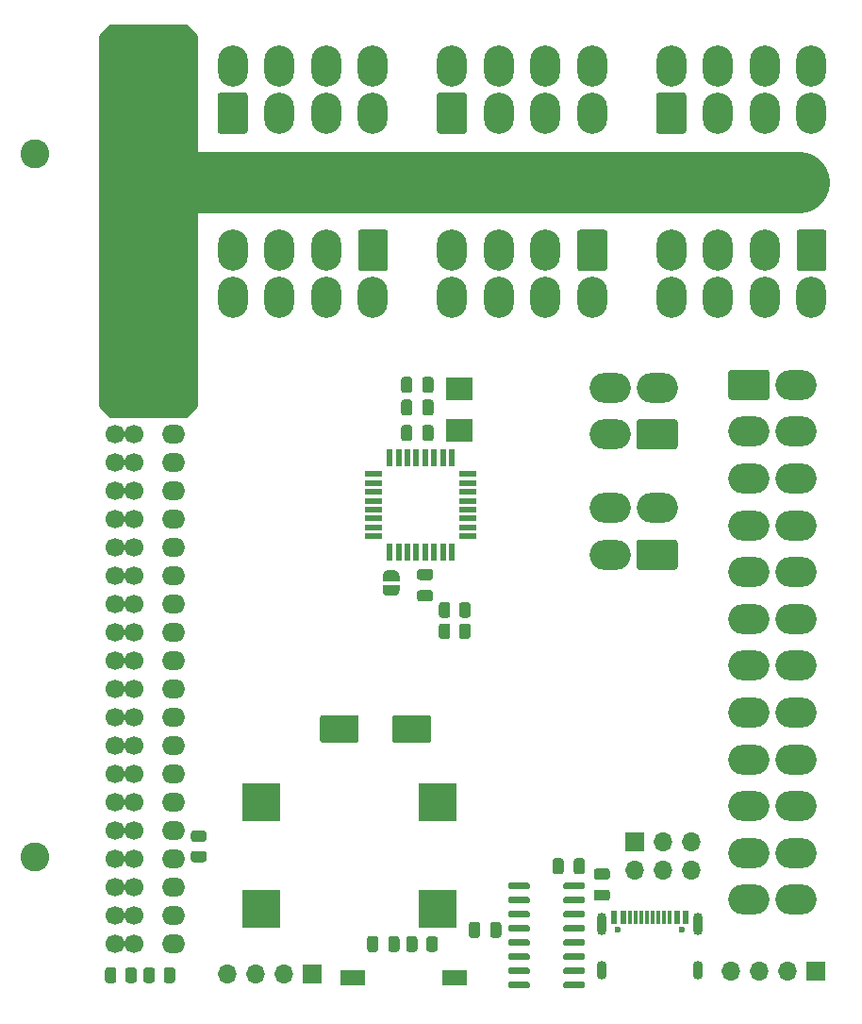
<source format=gbr>
%TF.GenerationSoftware,KiCad,Pcbnew,(5.1.9)-1*%
%TF.CreationDate,2021-04-20T21:45:39+08:00*%
%TF.ProjectId,CSPS2ATX2.0,43535053-3241-4545-9832-2e302e6b6963,V2.0*%
%TF.SameCoordinates,Original*%
%TF.FileFunction,Soldermask,Bot*%
%TF.FilePolarity,Negative*%
%FSLAX46Y46*%
G04 Gerber Fmt 4.6, Leading zero omitted, Abs format (unit mm)*
G04 Created by KiCad (PCBNEW (5.1.9)-1) date 2021-04-20 21:45:39*
%MOMM*%
%LPD*%
G01*
G04 APERTURE LIST*
%ADD10C,5.500000*%
%ADD11C,0.100000*%
%ADD12R,0.600000X1.160000*%
%ADD13C,0.600000*%
%ADD14R,0.300000X1.160000*%
%ADD15O,0.900000X1.700000*%
%ADD16O,0.900000X2.000000*%
%ADD17O,1.700000X1.700000*%
%ADD18R,1.700000X1.700000*%
%ADD19R,3.500000X3.500000*%
%ADD20R,2.400000X2.000000*%
%ADD21R,1.600000X0.550000*%
%ADD22R,0.550000X1.600000*%
%ADD23R,2.180000X1.400000*%
%ADD24O,3.700000X2.700000*%
%ADD25O,2.700000X3.700000*%
%ADD26O,2.080000X1.700000*%
%ADD27C,1.700000*%
%ADD28C,2.600000*%
%ADD29C,0.254000*%
G04 APERTURE END LIST*
D10*
X144145000Y-52273200D02*
X85915500Y-52273200D01*
D11*
%TO.C,JP102*%
G36*
X108319000Y-88415000D02*
G01*
X108319000Y-88915000D01*
X108318398Y-88915000D01*
X108318398Y-88939534D01*
X108313588Y-88988365D01*
X108304016Y-89036490D01*
X108289772Y-89083445D01*
X108270995Y-89128778D01*
X108247864Y-89172051D01*
X108220604Y-89212850D01*
X108189476Y-89250779D01*
X108154779Y-89285476D01*
X108116850Y-89316604D01*
X108076051Y-89343864D01*
X108032778Y-89366995D01*
X107987445Y-89385772D01*
X107940490Y-89400016D01*
X107892365Y-89409588D01*
X107843534Y-89414398D01*
X107819000Y-89414398D01*
X107819000Y-89415000D01*
X107319000Y-89415000D01*
X107319000Y-89414398D01*
X107294466Y-89414398D01*
X107245635Y-89409588D01*
X107197510Y-89400016D01*
X107150555Y-89385772D01*
X107105222Y-89366995D01*
X107061949Y-89343864D01*
X107021150Y-89316604D01*
X106983221Y-89285476D01*
X106948524Y-89250779D01*
X106917396Y-89212850D01*
X106890136Y-89172051D01*
X106867005Y-89128778D01*
X106848228Y-89083445D01*
X106833984Y-89036490D01*
X106824412Y-88988365D01*
X106819602Y-88939534D01*
X106819602Y-88915000D01*
X106819000Y-88915000D01*
X106819000Y-88415000D01*
X108319000Y-88415000D01*
G37*
G36*
X106819602Y-87615000D02*
G01*
X106819602Y-87590466D01*
X106824412Y-87541635D01*
X106833984Y-87493510D01*
X106848228Y-87446555D01*
X106867005Y-87401222D01*
X106890136Y-87357949D01*
X106917396Y-87317150D01*
X106948524Y-87279221D01*
X106983221Y-87244524D01*
X107021150Y-87213396D01*
X107061949Y-87186136D01*
X107105222Y-87163005D01*
X107150555Y-87144228D01*
X107197510Y-87129984D01*
X107245635Y-87120412D01*
X107294466Y-87115602D01*
X107319000Y-87115602D01*
X107319000Y-87115000D01*
X107819000Y-87115000D01*
X107819000Y-87115602D01*
X107843534Y-87115602D01*
X107892365Y-87120412D01*
X107940490Y-87129984D01*
X107987445Y-87144228D01*
X108032778Y-87163005D01*
X108076051Y-87186136D01*
X108116850Y-87213396D01*
X108154779Y-87244524D01*
X108189476Y-87279221D01*
X108220604Y-87317150D01*
X108247864Y-87357949D01*
X108270995Y-87401222D01*
X108289772Y-87446555D01*
X108304016Y-87493510D01*
X108313588Y-87541635D01*
X108318398Y-87590466D01*
X108318398Y-87615000D01*
X108319000Y-87615000D01*
X108319000Y-88115000D01*
X106819000Y-88115000D01*
X106819000Y-87615000D01*
X106819602Y-87615000D01*
G37*
%TD*%
D12*
%TO.C,J101*%
X127610000Y-118267000D03*
X128410000Y-118267000D03*
X127610000Y-118267000D03*
X128410000Y-118267000D03*
X134010000Y-118267000D03*
X134010000Y-118267000D03*
X133210000Y-118267000D03*
X133210000Y-118267000D03*
D13*
X133700000Y-119327000D03*
X127920000Y-119327000D03*
D14*
X129060000Y-118267000D03*
X130060000Y-118267000D03*
X129560000Y-118267000D03*
X132060000Y-118267000D03*
X132560000Y-118267000D03*
X130560000Y-118267000D03*
X131060000Y-118267000D03*
X131560000Y-118267000D03*
D15*
X126490000Y-123017000D03*
X135130000Y-123017000D03*
D16*
X126490000Y-118847000D03*
X135130000Y-118847000D03*
%TD*%
D17*
%TO.C,J104*%
X92837000Y-123317000D03*
X95377000Y-123317000D03*
X97917000Y-123317000D03*
D18*
X100457000Y-123317000D03*
%TD*%
D19*
%TO.C,U4*%
X111760000Y-117475000D03*
X111760000Y-107950000D03*
X95885000Y-117475000D03*
X95885000Y-107950000D03*
%TD*%
D20*
%TO.C,Y101*%
X113665000Y-70849000D03*
X113665000Y-74549000D03*
%TD*%
%TO.C,U102*%
G36*
G01*
X120039000Y-115293000D02*
X120039000Y-115593000D01*
G75*
G02*
X119889000Y-115743000I-150000J0D01*
G01*
X118239000Y-115743000D01*
G75*
G02*
X118089000Y-115593000I0J150000D01*
G01*
X118089000Y-115293000D01*
G75*
G02*
X118239000Y-115143000I150000J0D01*
G01*
X119889000Y-115143000D01*
G75*
G02*
X120039000Y-115293000I0J-150000D01*
G01*
G37*
G36*
G01*
X120039000Y-116563000D02*
X120039000Y-116863000D01*
G75*
G02*
X119889000Y-117013000I-150000J0D01*
G01*
X118239000Y-117013000D01*
G75*
G02*
X118089000Y-116863000I0J150000D01*
G01*
X118089000Y-116563000D01*
G75*
G02*
X118239000Y-116413000I150000J0D01*
G01*
X119889000Y-116413000D01*
G75*
G02*
X120039000Y-116563000I0J-150000D01*
G01*
G37*
G36*
G01*
X120039000Y-117833000D02*
X120039000Y-118133000D01*
G75*
G02*
X119889000Y-118283000I-150000J0D01*
G01*
X118239000Y-118283000D01*
G75*
G02*
X118089000Y-118133000I0J150000D01*
G01*
X118089000Y-117833000D01*
G75*
G02*
X118239000Y-117683000I150000J0D01*
G01*
X119889000Y-117683000D01*
G75*
G02*
X120039000Y-117833000I0J-150000D01*
G01*
G37*
G36*
G01*
X120039000Y-119103000D02*
X120039000Y-119403000D01*
G75*
G02*
X119889000Y-119553000I-150000J0D01*
G01*
X118239000Y-119553000D01*
G75*
G02*
X118089000Y-119403000I0J150000D01*
G01*
X118089000Y-119103000D01*
G75*
G02*
X118239000Y-118953000I150000J0D01*
G01*
X119889000Y-118953000D01*
G75*
G02*
X120039000Y-119103000I0J-150000D01*
G01*
G37*
G36*
G01*
X120039000Y-120373000D02*
X120039000Y-120673000D01*
G75*
G02*
X119889000Y-120823000I-150000J0D01*
G01*
X118239000Y-120823000D01*
G75*
G02*
X118089000Y-120673000I0J150000D01*
G01*
X118089000Y-120373000D01*
G75*
G02*
X118239000Y-120223000I150000J0D01*
G01*
X119889000Y-120223000D01*
G75*
G02*
X120039000Y-120373000I0J-150000D01*
G01*
G37*
G36*
G01*
X120039000Y-121643000D02*
X120039000Y-121943000D01*
G75*
G02*
X119889000Y-122093000I-150000J0D01*
G01*
X118239000Y-122093000D01*
G75*
G02*
X118089000Y-121943000I0J150000D01*
G01*
X118089000Y-121643000D01*
G75*
G02*
X118239000Y-121493000I150000J0D01*
G01*
X119889000Y-121493000D01*
G75*
G02*
X120039000Y-121643000I0J-150000D01*
G01*
G37*
G36*
G01*
X120039000Y-122913000D02*
X120039000Y-123213000D01*
G75*
G02*
X119889000Y-123363000I-150000J0D01*
G01*
X118239000Y-123363000D01*
G75*
G02*
X118089000Y-123213000I0J150000D01*
G01*
X118089000Y-122913000D01*
G75*
G02*
X118239000Y-122763000I150000J0D01*
G01*
X119889000Y-122763000D01*
G75*
G02*
X120039000Y-122913000I0J-150000D01*
G01*
G37*
G36*
G01*
X120039000Y-124183000D02*
X120039000Y-124483000D01*
G75*
G02*
X119889000Y-124633000I-150000J0D01*
G01*
X118239000Y-124633000D01*
G75*
G02*
X118089000Y-124483000I0J150000D01*
G01*
X118089000Y-124183000D01*
G75*
G02*
X118239000Y-124033000I150000J0D01*
G01*
X119889000Y-124033000D01*
G75*
G02*
X120039000Y-124183000I0J-150000D01*
G01*
G37*
G36*
G01*
X124989000Y-124183000D02*
X124989000Y-124483000D01*
G75*
G02*
X124839000Y-124633000I-150000J0D01*
G01*
X123189000Y-124633000D01*
G75*
G02*
X123039000Y-124483000I0J150000D01*
G01*
X123039000Y-124183000D01*
G75*
G02*
X123189000Y-124033000I150000J0D01*
G01*
X124839000Y-124033000D01*
G75*
G02*
X124989000Y-124183000I0J-150000D01*
G01*
G37*
G36*
G01*
X124989000Y-122913000D02*
X124989000Y-123213000D01*
G75*
G02*
X124839000Y-123363000I-150000J0D01*
G01*
X123189000Y-123363000D01*
G75*
G02*
X123039000Y-123213000I0J150000D01*
G01*
X123039000Y-122913000D01*
G75*
G02*
X123189000Y-122763000I150000J0D01*
G01*
X124839000Y-122763000D01*
G75*
G02*
X124989000Y-122913000I0J-150000D01*
G01*
G37*
G36*
G01*
X124989000Y-121643000D02*
X124989000Y-121943000D01*
G75*
G02*
X124839000Y-122093000I-150000J0D01*
G01*
X123189000Y-122093000D01*
G75*
G02*
X123039000Y-121943000I0J150000D01*
G01*
X123039000Y-121643000D01*
G75*
G02*
X123189000Y-121493000I150000J0D01*
G01*
X124839000Y-121493000D01*
G75*
G02*
X124989000Y-121643000I0J-150000D01*
G01*
G37*
G36*
G01*
X124989000Y-120373000D02*
X124989000Y-120673000D01*
G75*
G02*
X124839000Y-120823000I-150000J0D01*
G01*
X123189000Y-120823000D01*
G75*
G02*
X123039000Y-120673000I0J150000D01*
G01*
X123039000Y-120373000D01*
G75*
G02*
X123189000Y-120223000I150000J0D01*
G01*
X124839000Y-120223000D01*
G75*
G02*
X124989000Y-120373000I0J-150000D01*
G01*
G37*
G36*
G01*
X124989000Y-119103000D02*
X124989000Y-119403000D01*
G75*
G02*
X124839000Y-119553000I-150000J0D01*
G01*
X123189000Y-119553000D01*
G75*
G02*
X123039000Y-119403000I0J150000D01*
G01*
X123039000Y-119103000D01*
G75*
G02*
X123189000Y-118953000I150000J0D01*
G01*
X124839000Y-118953000D01*
G75*
G02*
X124989000Y-119103000I0J-150000D01*
G01*
G37*
G36*
G01*
X124989000Y-117833000D02*
X124989000Y-118133000D01*
G75*
G02*
X124839000Y-118283000I-150000J0D01*
G01*
X123189000Y-118283000D01*
G75*
G02*
X123039000Y-118133000I0J150000D01*
G01*
X123039000Y-117833000D01*
G75*
G02*
X123189000Y-117683000I150000J0D01*
G01*
X124839000Y-117683000D01*
G75*
G02*
X124989000Y-117833000I0J-150000D01*
G01*
G37*
G36*
G01*
X124989000Y-116563000D02*
X124989000Y-116863000D01*
G75*
G02*
X124839000Y-117013000I-150000J0D01*
G01*
X123189000Y-117013000D01*
G75*
G02*
X123039000Y-116863000I0J150000D01*
G01*
X123039000Y-116563000D01*
G75*
G02*
X123189000Y-116413000I150000J0D01*
G01*
X124839000Y-116413000D01*
G75*
G02*
X124989000Y-116563000I0J-150000D01*
G01*
G37*
G36*
G01*
X124989000Y-115293000D02*
X124989000Y-115593000D01*
G75*
G02*
X124839000Y-115743000I-150000J0D01*
G01*
X123189000Y-115743000D01*
G75*
G02*
X123039000Y-115593000I0J150000D01*
G01*
X123039000Y-115293000D01*
G75*
G02*
X123189000Y-115143000I150000J0D01*
G01*
X124839000Y-115143000D01*
G75*
G02*
X124989000Y-115293000I0J-150000D01*
G01*
G37*
%TD*%
D21*
%TO.C,U101*%
X105986000Y-78480000D03*
X105986000Y-79280000D03*
X105986000Y-80080000D03*
X105986000Y-80880000D03*
X105986000Y-81680000D03*
X105986000Y-82480000D03*
X105986000Y-83280000D03*
X105986000Y-84080000D03*
D22*
X107436000Y-85530000D03*
X108236000Y-85530000D03*
X109036000Y-85530000D03*
X109836000Y-85530000D03*
X110636000Y-85530000D03*
X111436000Y-85530000D03*
X112236000Y-85530000D03*
X113036000Y-85530000D03*
D21*
X114486000Y-84080000D03*
X114486000Y-83280000D03*
X114486000Y-82480000D03*
X114486000Y-81680000D03*
X114486000Y-80880000D03*
X114486000Y-80080000D03*
X114486000Y-79280000D03*
X114486000Y-78480000D03*
D22*
X113036000Y-77030000D03*
X112236000Y-77030000D03*
X111436000Y-77030000D03*
X110636000Y-77030000D03*
X109836000Y-77030000D03*
X109036000Y-77030000D03*
X108236000Y-77030000D03*
X107436000Y-77030000D03*
%TD*%
D23*
%TO.C,SW101*%
X104104000Y-123698000D03*
X113284000Y-123698000D03*
%TD*%
%TO.C,R107*%
G36*
G01*
X113684000Y-91128002D02*
X113684000Y-90227998D01*
G75*
G02*
X113933998Y-89978000I249998J0D01*
G01*
X114459002Y-89978000D01*
G75*
G02*
X114709000Y-90227998I0J-249998D01*
G01*
X114709000Y-91128002D01*
G75*
G02*
X114459002Y-91378000I-249998J0D01*
G01*
X113933998Y-91378000D01*
G75*
G02*
X113684000Y-91128002I0J249998D01*
G01*
G37*
G36*
G01*
X111859000Y-91128002D02*
X111859000Y-90227998D01*
G75*
G02*
X112108998Y-89978000I249998J0D01*
G01*
X112634002Y-89978000D01*
G75*
G02*
X112884000Y-90227998I0J-249998D01*
G01*
X112884000Y-91128002D01*
G75*
G02*
X112634002Y-91378000I-249998J0D01*
G01*
X112108998Y-91378000D01*
G75*
G02*
X111859000Y-91128002I0J249998D01*
G01*
G37*
%TD*%
%TO.C,R106*%
G36*
G01*
X112884000Y-92132998D02*
X112884000Y-93033002D01*
G75*
G02*
X112634002Y-93283000I-249998J0D01*
G01*
X112108998Y-93283000D01*
G75*
G02*
X111859000Y-93033002I0J249998D01*
G01*
X111859000Y-92132998D01*
G75*
G02*
X112108998Y-91883000I249998J0D01*
G01*
X112634002Y-91883000D01*
G75*
G02*
X112884000Y-92132998I0J-249998D01*
G01*
G37*
G36*
G01*
X114709000Y-92132998D02*
X114709000Y-93033002D01*
G75*
G02*
X114459002Y-93283000I-249998J0D01*
G01*
X113933998Y-93283000D01*
G75*
G02*
X113684000Y-93033002I0J249998D01*
G01*
X113684000Y-92132998D01*
G75*
G02*
X113933998Y-91883000I249998J0D01*
G01*
X114459002Y-91883000D01*
G75*
G02*
X114709000Y-92132998I0J-249998D01*
G01*
G37*
%TD*%
%TO.C,R101*%
G36*
G01*
X110739500Y-121100002D02*
X110739500Y-120199998D01*
G75*
G02*
X110989498Y-119950000I249998J0D01*
G01*
X111514502Y-119950000D01*
G75*
G02*
X111764500Y-120199998I0J-249998D01*
G01*
X111764500Y-121100002D01*
G75*
G02*
X111514502Y-121350000I-249998J0D01*
G01*
X110989498Y-121350000D01*
G75*
G02*
X110739500Y-121100002I0J249998D01*
G01*
G37*
G36*
G01*
X108914500Y-121100002D02*
X108914500Y-120199998D01*
G75*
G02*
X109164498Y-119950000I249998J0D01*
G01*
X109689502Y-119950000D01*
G75*
G02*
X109939500Y-120199998I0J-249998D01*
G01*
X109939500Y-121100002D01*
G75*
G02*
X109689502Y-121350000I-249998J0D01*
G01*
X109164498Y-121350000D01*
G75*
G02*
X108914500Y-121100002I0J249998D01*
G01*
G37*
%TD*%
%TO.C,R6*%
G36*
G01*
X82912000Y-122993998D02*
X82912000Y-123894002D01*
G75*
G02*
X82662002Y-124144000I-249998J0D01*
G01*
X82136998Y-124144000D01*
G75*
G02*
X81887000Y-123894002I0J249998D01*
G01*
X81887000Y-122993998D01*
G75*
G02*
X82136998Y-122744000I249998J0D01*
G01*
X82662002Y-122744000D01*
G75*
G02*
X82912000Y-122993998I0J-249998D01*
G01*
G37*
G36*
G01*
X84737000Y-122993998D02*
X84737000Y-123894002D01*
G75*
G02*
X84487002Y-124144000I-249998J0D01*
G01*
X83961998Y-124144000D01*
G75*
G02*
X83712000Y-123894002I0J249998D01*
G01*
X83712000Y-122993998D01*
G75*
G02*
X83961998Y-122744000I249998J0D01*
G01*
X84487002Y-122744000D01*
G75*
G02*
X84737000Y-122993998I0J-249998D01*
G01*
G37*
%TD*%
%TO.C,R5*%
G36*
G01*
X86364500Y-122993998D02*
X86364500Y-123894002D01*
G75*
G02*
X86114502Y-124144000I-249998J0D01*
G01*
X85589498Y-124144000D01*
G75*
G02*
X85339500Y-123894002I0J249998D01*
G01*
X85339500Y-122993998D01*
G75*
G02*
X85589498Y-122744000I249998J0D01*
G01*
X86114502Y-122744000D01*
G75*
G02*
X86364500Y-122993998I0J-249998D01*
G01*
G37*
G36*
G01*
X88189500Y-122993998D02*
X88189500Y-123894002D01*
G75*
G02*
X87939502Y-124144000I-249998J0D01*
G01*
X87414498Y-124144000D01*
G75*
G02*
X87164500Y-123894002I0J249998D01*
G01*
X87164500Y-122993998D01*
G75*
G02*
X87414498Y-122744000I249998J0D01*
G01*
X87939502Y-122744000D01*
G75*
G02*
X88189500Y-122993998I0J-249998D01*
G01*
G37*
%TD*%
%TO.C,R1*%
G36*
G01*
X90747002Y-111487000D02*
X89846998Y-111487000D01*
G75*
G02*
X89597000Y-111237002I0J249998D01*
G01*
X89597000Y-110711998D01*
G75*
G02*
X89846998Y-110462000I249998J0D01*
G01*
X90747002Y-110462000D01*
G75*
G02*
X90997000Y-110711998I0J-249998D01*
G01*
X90997000Y-111237002D01*
G75*
G02*
X90747002Y-111487000I-249998J0D01*
G01*
G37*
G36*
G01*
X90747002Y-113312000D02*
X89846998Y-113312000D01*
G75*
G02*
X89597000Y-113062002I0J249998D01*
G01*
X89597000Y-112536998D01*
G75*
G02*
X89846998Y-112287000I249998J0D01*
G01*
X90747002Y-112287000D01*
G75*
G02*
X90997000Y-112536998I0J-249998D01*
G01*
X90997000Y-113062002D01*
G75*
G02*
X90747002Y-113312000I-249998J0D01*
G01*
G37*
%TD*%
D17*
%TO.C,J103*%
X138049000Y-123063000D03*
X140589000Y-123063000D03*
X143129000Y-123063000D03*
D18*
X145669000Y-123063000D03*
%TD*%
D17*
%TO.C,J102*%
X134493000Y-114046000D03*
X134493000Y-111506000D03*
X131953000Y-114046000D03*
X131953000Y-111506000D03*
X129413000Y-114046000D03*
D18*
X129413000Y-111506000D03*
%TD*%
%TO.C,J10*%
G36*
G01*
X133043900Y-76280000D02*
X129846100Y-76280000D01*
G75*
G02*
X129595000Y-76028900I0J251100D01*
G01*
X129595000Y-73831100D01*
G75*
G02*
X129846100Y-73580000I251100J0D01*
G01*
X133043900Y-73580000D01*
G75*
G02*
X133295000Y-73831100I0J-251100D01*
G01*
X133295000Y-76028900D01*
G75*
G02*
X133043900Y-76280000I-251100J0D01*
G01*
G37*
D24*
X131445000Y-70730000D03*
X127245000Y-74930000D03*
X127245000Y-70730000D03*
%TD*%
%TO.C,J9*%
G36*
G01*
X133043900Y-87075000D02*
X129846100Y-87075000D01*
G75*
G02*
X129595000Y-86823900I0J251100D01*
G01*
X129595000Y-84626100D01*
G75*
G02*
X129846100Y-84375000I251100J0D01*
G01*
X133043900Y-84375000D01*
G75*
G02*
X133295000Y-84626100I0J-251100D01*
G01*
X133295000Y-86823900D01*
G75*
G02*
X133043900Y-87075000I-251100J0D01*
G01*
G37*
X131445000Y-81525000D03*
X127245000Y-85725000D03*
X127245000Y-81525000D03*
%TD*%
D25*
%TO.C,J8*%
X132715000Y-62620000D03*
X136915000Y-62620000D03*
X141115000Y-62620000D03*
X145315000Y-62620000D03*
X132715000Y-58420000D03*
X136915000Y-58420000D03*
G36*
G01*
X146665000Y-56821100D02*
X146665000Y-60018900D01*
G75*
G02*
X146413900Y-60270000I-251100J0D01*
G01*
X144216100Y-60270000D01*
G75*
G02*
X143965000Y-60018900I0J251100D01*
G01*
X143965000Y-56821100D01*
G75*
G02*
X144216100Y-56570000I251100J0D01*
G01*
X146413900Y-56570000D01*
G75*
G02*
X146665000Y-56821100I0J-251100D01*
G01*
G37*
X141115000Y-58420000D03*
%TD*%
%TO.C,J7*%
X145315000Y-41910000D03*
X141115000Y-41910000D03*
X136915000Y-41910000D03*
X132715000Y-41910000D03*
X145315000Y-46110000D03*
X141115000Y-46110000D03*
G36*
G01*
X131365000Y-47708900D02*
X131365000Y-44511100D01*
G75*
G02*
X131616100Y-44260000I251100J0D01*
G01*
X133813900Y-44260000D01*
G75*
G02*
X134065000Y-44511100I0J-251100D01*
G01*
X134065000Y-47708900D01*
G75*
G02*
X133813900Y-47960000I-251100J0D01*
G01*
X131616100Y-47960000D01*
G75*
G02*
X131365000Y-47708900I0J251100D01*
G01*
G37*
X136915000Y-46110000D03*
%TD*%
%TO.C,J6*%
X113030000Y-62620000D03*
X117230000Y-62620000D03*
X121430000Y-62620000D03*
X125630000Y-62620000D03*
X113030000Y-58420000D03*
X117230000Y-58420000D03*
G36*
G01*
X126980000Y-56821100D02*
X126980000Y-60018900D01*
G75*
G02*
X126728900Y-60270000I-251100J0D01*
G01*
X124531100Y-60270000D01*
G75*
G02*
X124280000Y-60018900I0J251100D01*
G01*
X124280000Y-56821100D01*
G75*
G02*
X124531100Y-56570000I251100J0D01*
G01*
X126728900Y-56570000D01*
G75*
G02*
X126980000Y-56821100I0J-251100D01*
G01*
G37*
X121430000Y-58420000D03*
%TD*%
%TO.C,J5*%
X125630000Y-41910000D03*
X121430000Y-41910000D03*
X117230000Y-41910000D03*
X113030000Y-41910000D03*
X125630000Y-46110000D03*
X121430000Y-46110000D03*
G36*
G01*
X111680000Y-47708900D02*
X111680000Y-44511100D01*
G75*
G02*
X111931100Y-44260000I251100J0D01*
G01*
X114128900Y-44260000D01*
G75*
G02*
X114380000Y-44511100I0J-251100D01*
G01*
X114380000Y-47708900D01*
G75*
G02*
X114128900Y-47960000I-251100J0D01*
G01*
X111931100Y-47960000D01*
G75*
G02*
X111680000Y-47708900I0J251100D01*
G01*
G37*
X117230000Y-46110000D03*
%TD*%
%TO.C,J4*%
X93345000Y-62620000D03*
X97545000Y-62620000D03*
X101745000Y-62620000D03*
X105945000Y-62620000D03*
X93345000Y-58420000D03*
X97545000Y-58420000D03*
G36*
G01*
X107295000Y-56821100D02*
X107295000Y-60018900D01*
G75*
G02*
X107043900Y-60270000I-251100J0D01*
G01*
X104846100Y-60270000D01*
G75*
G02*
X104595000Y-60018900I0J251100D01*
G01*
X104595000Y-56821100D01*
G75*
G02*
X104846100Y-56570000I251100J0D01*
G01*
X107043900Y-56570000D01*
G75*
G02*
X107295000Y-56821100I0J-251100D01*
G01*
G37*
X101745000Y-58420000D03*
%TD*%
%TO.C,J3*%
X105945000Y-41910000D03*
X101745000Y-41910000D03*
X97545000Y-41910000D03*
X93345000Y-41910000D03*
X105945000Y-46110000D03*
X101745000Y-46110000D03*
G36*
G01*
X91995000Y-47708900D02*
X91995000Y-44511100D01*
G75*
G02*
X92246100Y-44260000I251100J0D01*
G01*
X94443900Y-44260000D01*
G75*
G02*
X94695000Y-44511100I0J-251100D01*
G01*
X94695000Y-47708900D01*
G75*
G02*
X94443900Y-47960000I-251100J0D01*
G01*
X92246100Y-47960000D01*
G75*
G02*
X91995000Y-47708900I0J251100D01*
G01*
G37*
X97545000Y-46110000D03*
%TD*%
D24*
%TO.C,J2*%
X143900000Y-116685000D03*
X143900000Y-112485000D03*
X143900000Y-108285000D03*
X143900000Y-104085000D03*
X143900000Y-99885000D03*
X143900000Y-95685000D03*
X143900000Y-91485000D03*
X143900000Y-87285000D03*
X143900000Y-83085000D03*
X143900000Y-78885000D03*
X143900000Y-74685000D03*
X143900000Y-70485000D03*
X139700000Y-116685000D03*
X139700000Y-112485000D03*
X139700000Y-108285000D03*
X139700000Y-104085000D03*
X139700000Y-99885000D03*
X139700000Y-95685000D03*
X139700000Y-91485000D03*
X139700000Y-87285000D03*
X139700000Y-83085000D03*
X139700000Y-78885000D03*
G36*
G01*
X138101100Y-69135000D02*
X141298900Y-69135000D01*
G75*
G02*
X141550000Y-69386100I0J-251100D01*
G01*
X141550000Y-71583900D01*
G75*
G02*
X141298900Y-71835000I-251100J0D01*
G01*
X138101100Y-71835000D01*
G75*
G02*
X137850000Y-71583900I0J251100D01*
G01*
X137850000Y-69386100D01*
G75*
G02*
X138101100Y-69135000I251100J0D01*
G01*
G37*
X139700000Y-74685000D03*
%TD*%
D26*
%TO.C,J1*%
X88075000Y-41910000D03*
X88075000Y-44450000D03*
X88075000Y-46990000D03*
X88075000Y-49530000D03*
X88075000Y-52070000D03*
X88075000Y-54610000D03*
X88075000Y-57150000D03*
X88075000Y-59690000D03*
X88075000Y-62230000D03*
X88075000Y-64770000D03*
X88075000Y-67310000D03*
X88075000Y-69850000D03*
X88075000Y-72390000D03*
X88075000Y-74930000D03*
X88075000Y-77470000D03*
X88075000Y-80010000D03*
X88075000Y-82550000D03*
X88075000Y-85090000D03*
X88075000Y-87630000D03*
X88075000Y-90170000D03*
X88075000Y-92710000D03*
X88075000Y-95250000D03*
X88075000Y-97790000D03*
X88075000Y-100330000D03*
X88075000Y-102870000D03*
X88075000Y-105410000D03*
X88075000Y-107950000D03*
X88075000Y-110490000D03*
X88075000Y-113030000D03*
X88075000Y-115570000D03*
X88075000Y-118110000D03*
X88075000Y-120650000D03*
D27*
X82805000Y-120650000D03*
X82805000Y-118110000D03*
X82805000Y-115570000D03*
X82805000Y-113030000D03*
X82805000Y-110490000D03*
X82805000Y-107950000D03*
X82805000Y-105410000D03*
X82805000Y-102870000D03*
X82805000Y-100330000D03*
X82805000Y-97790000D03*
X82805000Y-95250000D03*
X82805000Y-92710000D03*
X82805000Y-90170000D03*
X82805000Y-87630000D03*
X82805000Y-85090000D03*
X82805000Y-82550000D03*
X82805000Y-80010000D03*
X82805000Y-77470000D03*
X82805000Y-74930000D03*
X82805000Y-72390000D03*
X82805000Y-69850000D03*
X82805000Y-67310000D03*
X82805000Y-64770000D03*
X82805000Y-62230000D03*
X82805000Y-59690000D03*
X82805000Y-57150000D03*
X82805000Y-54610000D03*
X82805000Y-52070000D03*
X82805000Y-49530000D03*
X82805000Y-46990000D03*
X82805000Y-44450000D03*
X84455000Y-120650000D03*
X84455000Y-118110000D03*
X84455000Y-115570000D03*
X84455000Y-113030000D03*
X84455000Y-110490000D03*
X84455000Y-107950000D03*
X84455000Y-105410000D03*
X84455000Y-102870000D03*
X84455000Y-100330000D03*
X84455000Y-97790000D03*
X84455000Y-95250000D03*
X84455000Y-92710000D03*
X84455000Y-90170000D03*
X84455000Y-87630000D03*
X84455000Y-85090000D03*
X84455000Y-82550000D03*
X84455000Y-80010000D03*
X84455000Y-77470000D03*
X84455000Y-74930000D03*
X84455000Y-72390000D03*
X84455000Y-69850000D03*
X84455000Y-67310000D03*
X84455000Y-64770000D03*
X84455000Y-62230000D03*
X84455000Y-59690000D03*
X84455000Y-57150000D03*
X84455000Y-54610000D03*
X84455000Y-52070000D03*
X84455000Y-49530000D03*
X84455000Y-46990000D03*
X84455000Y-44450000D03*
D28*
X75605000Y-112800000D03*
X75605000Y-49760000D03*
D27*
X82805000Y-41910000D03*
X84455000Y-41910000D03*
%TD*%
%TO.C,C108*%
G36*
G01*
X115562000Y-118905000D02*
X115562000Y-119855000D01*
G75*
G02*
X115312000Y-120105000I-250000J0D01*
G01*
X114812000Y-120105000D01*
G75*
G02*
X114562000Y-119855000I0J250000D01*
G01*
X114562000Y-118905000D01*
G75*
G02*
X114812000Y-118655000I250000J0D01*
G01*
X115312000Y-118655000D01*
G75*
G02*
X115562000Y-118905000I0J-250000D01*
G01*
G37*
G36*
G01*
X117462000Y-118905000D02*
X117462000Y-119855000D01*
G75*
G02*
X117212000Y-120105000I-250000J0D01*
G01*
X116712000Y-120105000D01*
G75*
G02*
X116462000Y-119855000I0J250000D01*
G01*
X116462000Y-118905000D01*
G75*
G02*
X116712000Y-118655000I250000J0D01*
G01*
X117212000Y-118655000D01*
G75*
G02*
X117462000Y-118905000I0J-250000D01*
G01*
G37*
%TD*%
%TO.C,C107*%
G36*
G01*
X123960000Y-114140000D02*
X123960000Y-113190000D01*
G75*
G02*
X124210000Y-112940000I250000J0D01*
G01*
X124710000Y-112940000D01*
G75*
G02*
X124960000Y-113190000I0J-250000D01*
G01*
X124960000Y-114140000D01*
G75*
G02*
X124710000Y-114390000I-250000J0D01*
G01*
X124210000Y-114390000D01*
G75*
G02*
X123960000Y-114140000I0J250000D01*
G01*
G37*
G36*
G01*
X122060000Y-114140000D02*
X122060000Y-113190000D01*
G75*
G02*
X122310000Y-112940000I250000J0D01*
G01*
X122810000Y-112940000D01*
G75*
G02*
X123060000Y-113190000I0J-250000D01*
G01*
X123060000Y-114140000D01*
G75*
G02*
X122810000Y-114390000I-250000J0D01*
G01*
X122310000Y-114390000D01*
G75*
G02*
X122060000Y-114140000I0J250000D01*
G01*
G37*
%TD*%
%TO.C,C106*%
G36*
G01*
X126967000Y-114866000D02*
X126017000Y-114866000D01*
G75*
G02*
X125767000Y-114616000I0J250000D01*
G01*
X125767000Y-114116000D01*
G75*
G02*
X126017000Y-113866000I250000J0D01*
G01*
X126967000Y-113866000D01*
G75*
G02*
X127217000Y-114116000I0J-250000D01*
G01*
X127217000Y-114616000D01*
G75*
G02*
X126967000Y-114866000I-250000J0D01*
G01*
G37*
G36*
G01*
X126967000Y-116766000D02*
X126017000Y-116766000D01*
G75*
G02*
X125767000Y-116516000I0J250000D01*
G01*
X125767000Y-116016000D01*
G75*
G02*
X126017000Y-115766000I250000J0D01*
G01*
X126967000Y-115766000D01*
G75*
G02*
X127217000Y-116016000I0J-250000D01*
G01*
X127217000Y-116516000D01*
G75*
G02*
X126967000Y-116766000I-250000J0D01*
G01*
G37*
%TD*%
%TO.C,C105*%
G36*
G01*
X107323000Y-121125000D02*
X107323000Y-120175000D01*
G75*
G02*
X107573000Y-119925000I250000J0D01*
G01*
X108073000Y-119925000D01*
G75*
G02*
X108323000Y-120175000I0J-250000D01*
G01*
X108323000Y-121125000D01*
G75*
G02*
X108073000Y-121375000I-250000J0D01*
G01*
X107573000Y-121375000D01*
G75*
G02*
X107323000Y-121125000I0J250000D01*
G01*
G37*
G36*
G01*
X105423000Y-121125000D02*
X105423000Y-120175000D01*
G75*
G02*
X105673000Y-119925000I250000J0D01*
G01*
X106173000Y-119925000D01*
G75*
G02*
X106423000Y-120175000I0J-250000D01*
G01*
X106423000Y-121125000D01*
G75*
G02*
X106173000Y-121375000I-250000J0D01*
G01*
X105673000Y-121375000D01*
G75*
G02*
X105423000Y-121125000I0J250000D01*
G01*
G37*
%TD*%
%TO.C,C104*%
G36*
G01*
X111092000Y-89903000D02*
X110142000Y-89903000D01*
G75*
G02*
X109892000Y-89653000I0J250000D01*
G01*
X109892000Y-89153000D01*
G75*
G02*
X110142000Y-88903000I250000J0D01*
G01*
X111092000Y-88903000D01*
G75*
G02*
X111342000Y-89153000I0J-250000D01*
G01*
X111342000Y-89653000D01*
G75*
G02*
X111092000Y-89903000I-250000J0D01*
G01*
G37*
G36*
G01*
X111092000Y-88003000D02*
X110142000Y-88003000D01*
G75*
G02*
X109892000Y-87753000I0J250000D01*
G01*
X109892000Y-87253000D01*
G75*
G02*
X110142000Y-87003000I250000J0D01*
G01*
X111092000Y-87003000D01*
G75*
G02*
X111342000Y-87253000I0J-250000D01*
G01*
X111342000Y-87753000D01*
G75*
G02*
X111092000Y-88003000I-250000J0D01*
G01*
G37*
%TD*%
%TO.C,C103*%
G36*
G01*
X110371000Y-75278000D02*
X110371000Y-74328000D01*
G75*
G02*
X110621000Y-74078000I250000J0D01*
G01*
X111121000Y-74078000D01*
G75*
G02*
X111371000Y-74328000I0J-250000D01*
G01*
X111371000Y-75278000D01*
G75*
G02*
X111121000Y-75528000I-250000J0D01*
G01*
X110621000Y-75528000D01*
G75*
G02*
X110371000Y-75278000I0J250000D01*
G01*
G37*
G36*
G01*
X108471000Y-75278000D02*
X108471000Y-74328000D01*
G75*
G02*
X108721000Y-74078000I250000J0D01*
G01*
X109221000Y-74078000D01*
G75*
G02*
X109471000Y-74328000I0J-250000D01*
G01*
X109471000Y-75278000D01*
G75*
G02*
X109221000Y-75528000I-250000J0D01*
G01*
X108721000Y-75528000D01*
G75*
G02*
X108471000Y-75278000I0J250000D01*
G01*
G37*
%TD*%
%TO.C,C102*%
G36*
G01*
X109471000Y-70010000D02*
X109471000Y-70960000D01*
G75*
G02*
X109221000Y-71210000I-250000J0D01*
G01*
X108721000Y-71210000D01*
G75*
G02*
X108471000Y-70960000I0J250000D01*
G01*
X108471000Y-70010000D01*
G75*
G02*
X108721000Y-69760000I250000J0D01*
G01*
X109221000Y-69760000D01*
G75*
G02*
X109471000Y-70010000I0J-250000D01*
G01*
G37*
G36*
G01*
X111371000Y-70010000D02*
X111371000Y-70960000D01*
G75*
G02*
X111121000Y-71210000I-250000J0D01*
G01*
X110621000Y-71210000D01*
G75*
G02*
X110371000Y-70960000I0J250000D01*
G01*
X110371000Y-70010000D01*
G75*
G02*
X110621000Y-69760000I250000J0D01*
G01*
X111121000Y-69760000D01*
G75*
G02*
X111371000Y-70010000I0J-250000D01*
G01*
G37*
%TD*%
%TO.C,C101*%
G36*
G01*
X109471000Y-72042000D02*
X109471000Y-72992000D01*
G75*
G02*
X109221000Y-73242000I-250000J0D01*
G01*
X108721000Y-73242000D01*
G75*
G02*
X108471000Y-72992000I0J250000D01*
G01*
X108471000Y-72042000D01*
G75*
G02*
X108721000Y-71792000I250000J0D01*
G01*
X109221000Y-71792000D01*
G75*
G02*
X109471000Y-72042000I0J-250000D01*
G01*
G37*
G36*
G01*
X111371000Y-72042000D02*
X111371000Y-72992000D01*
G75*
G02*
X111121000Y-73242000I-250000J0D01*
G01*
X110621000Y-73242000D01*
G75*
G02*
X110371000Y-72992000I0J250000D01*
G01*
X110371000Y-72042000D01*
G75*
G02*
X110621000Y-71792000I250000J0D01*
G01*
X111121000Y-71792000D01*
G75*
G02*
X111371000Y-72042000I0J-250000D01*
G01*
G37*
%TD*%
%TO.C,C7*%
G36*
G01*
X104672000Y-100346000D02*
X104672000Y-102346000D01*
G75*
G02*
X104422000Y-102596000I-250000J0D01*
G01*
X101422000Y-102596000D01*
G75*
G02*
X101172000Y-102346000I0J250000D01*
G01*
X101172000Y-100346000D01*
G75*
G02*
X101422000Y-100096000I250000J0D01*
G01*
X104422000Y-100096000D01*
G75*
G02*
X104672000Y-100346000I0J-250000D01*
G01*
G37*
G36*
G01*
X111172000Y-100346000D02*
X111172000Y-102346000D01*
G75*
G02*
X110922000Y-102596000I-250000J0D01*
G01*
X107922000Y-102596000D01*
G75*
G02*
X107672000Y-102346000I0J250000D01*
G01*
X107672000Y-100346000D01*
G75*
G02*
X107922000Y-100096000I250000J0D01*
G01*
X110922000Y-100096000D01*
G75*
G02*
X111172000Y-100346000I0J-250000D01*
G01*
G37*
%TD*%
D29*
X90043000Y-39168606D02*
X90043000Y-72337394D01*
X89101394Y-73279000D01*
X82348606Y-73279000D01*
X81407000Y-72337394D01*
X81407000Y-39168606D01*
X82348606Y-38227000D01*
X89101394Y-38227000D01*
X90043000Y-39168606D01*
D11*
G36*
X90043000Y-39168606D02*
G01*
X90043000Y-72337394D01*
X89101394Y-73279000D01*
X82348606Y-73279000D01*
X81407000Y-72337394D01*
X81407000Y-39168606D01*
X82348606Y-38227000D01*
X89101394Y-38227000D01*
X90043000Y-39168606D01*
G37*
M02*

</source>
